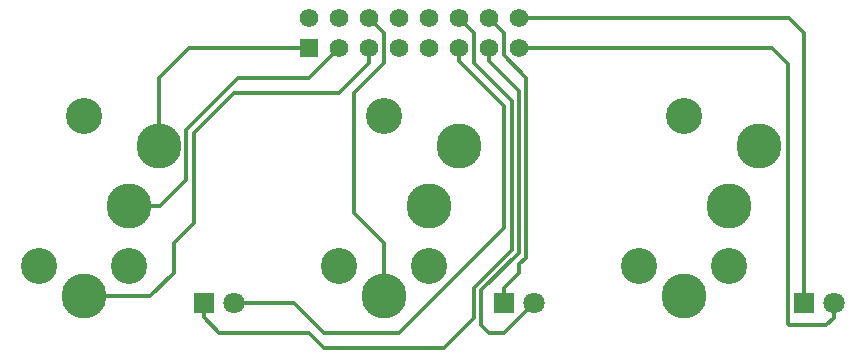
<source format=gbr>
G04 #@! TF.GenerationSoftware,KiCad,Pcbnew,(5.0.1)-3*
G04 #@! TF.CreationDate,2018-12-06T21:09:28-08:00*
G04 #@! TF.ProjectId,500-1033,3530302D313033332E6B696361645F70,A*
G04 #@! TF.SameCoordinates,Original*
G04 #@! TF.FileFunction,Copper,L2,Bot,Signal*
G04 #@! TF.FilePolarity,Positive*
%FSLAX46Y46*%
G04 Gerber Fmt 4.6, Leading zero omitted, Abs format (unit mm)*
G04 Created by KiCad (PCBNEW (5.0.1)-3) date 12/6/2018 9:09:28 PM*
%MOMM*%
%LPD*%
G01*
G04 APERTURE LIST*
G04 #@! TA.AperFunction,ComponentPad*
%ADD10R,1.800000X1.800000*%
G04 #@! TD*
G04 #@! TA.AperFunction,ComponentPad*
%ADD11C,1.800000*%
G04 #@! TD*
G04 #@! TA.AperFunction,ComponentPad*
%ADD12C,3.810000*%
G04 #@! TD*
G04 #@! TA.AperFunction,ComponentPad*
%ADD13C,3.048000*%
G04 #@! TD*
G04 #@! TA.AperFunction,ComponentPad*
%ADD14R,1.574800X1.574800*%
G04 #@! TD*
G04 #@! TA.AperFunction,ComponentPad*
%ADD15C,1.574800*%
G04 #@! TD*
G04 #@! TA.AperFunction,Conductor*
%ADD16C,0.304800*%
G04 #@! TD*
G04 APERTURE END LIST*
D10*
G04 #@! TO.P,D1,1*
G04 #@! TO.N,Net-(D1-Pad1)*
X116840000Y-132080000D03*
D11*
G04 #@! TO.P,D1,2*
G04 #@! TO.N,Net-(D1-Pad2)*
X119380000Y-132080000D03*
G04 #@! TD*
D10*
G04 #@! TO.P,D2,1*
G04 #@! TO.N,Net-(D2-Pad1)*
X142240000Y-132080000D03*
D11*
G04 #@! TO.P,D2,2*
G04 #@! TO.N,Net-(D2-Pad2)*
X144780000Y-132080000D03*
G04 #@! TD*
D10*
G04 #@! TO.P,D3,1*
G04 #@! TO.N,Net-(D3-Pad1)*
X167640000Y-132080000D03*
D11*
G04 #@! TO.P,D3,2*
G04 #@! TO.N,Net-(D3-Pad2)*
X170180000Y-132080000D03*
G04 #@! TD*
D12*
G04 #@! TO.P,J1,1*
G04 #@! TO.N,Net-(J1-Pad1)*
X106680000Y-131521200D03*
D13*
G04 #@! TO.P,J1,*
G04 #@! TO.N,*
X110490000Y-128981200D03*
D12*
G04 #@! TO.P,J1,2*
G04 #@! TO.N,Net-(J1-Pad2)*
X110490000Y-123901200D03*
G04 #@! TO.P,J1,3*
G04 #@! TO.N,Net-(J1-Pad3)*
X113030000Y-118821200D03*
D13*
G04 #@! TO.P,J1,*
G04 #@! TO.N,*
X106680000Y-116281200D03*
X102870000Y-128981200D03*
G04 #@! TD*
D12*
G04 #@! TO.P,J2,1*
G04 #@! TO.N,Net-(J2-Pad1)*
X132080000Y-131521200D03*
D13*
G04 #@! TO.P,J2,*
G04 #@! TO.N,*
X135890000Y-128981200D03*
D12*
G04 #@! TO.P,J2,2*
G04 #@! TO.N,Net-(J2-Pad2)*
X135890000Y-123901200D03*
G04 #@! TO.P,J2,3*
G04 #@! TO.N,Net-(J2-Pad3)*
X138430000Y-118821200D03*
D13*
G04 #@! TO.P,J2,*
G04 #@! TO.N,*
X132080000Y-116281200D03*
X128270000Y-128981200D03*
G04 #@! TD*
D12*
G04 #@! TO.P,J3,1*
G04 #@! TO.N,Net-(J3-Pad1)*
X157480000Y-131521200D03*
D13*
G04 #@! TO.P,J3,*
G04 #@! TO.N,*
X161290000Y-128981200D03*
D12*
G04 #@! TO.P,J3,2*
G04 #@! TO.N,Net-(J3-Pad2)*
X161290000Y-123901200D03*
G04 #@! TO.P,J3,3*
G04 #@! TO.N,Net-(J3-Pad3)*
X163830000Y-118821200D03*
D13*
G04 #@! TO.P,J3,*
G04 #@! TO.N,*
X157480000Y-116281200D03*
X153670000Y-128981200D03*
G04 #@! TD*
D14*
G04 #@! TO.P,P1,1*
G04 #@! TO.N,Net-(J1-Pad3)*
X125730000Y-110490000D03*
D15*
G04 #@! TO.P,P1,2*
G04 #@! TO.N,Net-(J2-Pad3)*
X125730000Y-107950000D03*
G04 #@! TO.P,P1,3*
G04 #@! TO.N,Net-(J1-Pad2)*
X128270000Y-110490000D03*
G04 #@! TO.P,P1,4*
G04 #@! TO.N,Net-(J2-Pad2)*
X128270000Y-107950000D03*
G04 #@! TO.P,P1,5*
G04 #@! TO.N,Net-(J1-Pad1)*
X130810000Y-110490000D03*
G04 #@! TO.P,P1,6*
G04 #@! TO.N,Net-(J2-Pad1)*
X130810000Y-107950000D03*
G04 #@! TO.P,P1,7*
G04 #@! TO.N,Net-(J3-Pad3)*
X133350000Y-110490000D03*
G04 #@! TO.P,P1,8*
G04 #@! TO.N,Net-(J3-Pad1)*
X133350000Y-107950000D03*
G04 #@! TO.P,P1,9*
G04 #@! TO.N,Net-(J3-Pad2)*
X135890000Y-110490000D03*
G04 #@! TO.P,P1,10*
G04 #@! TO.N,Net-(P1-Pad10)*
X135890000Y-107950000D03*
G04 #@! TO.P,P1,11*
G04 #@! TO.N,Net-(D1-Pad2)*
X138430000Y-110490000D03*
G04 #@! TO.P,P1,12*
G04 #@! TO.N,Net-(D1-Pad1)*
X138430000Y-107950000D03*
G04 #@! TO.P,P1,13*
G04 #@! TO.N,Net-(D2-Pad2)*
X140970000Y-110490000D03*
G04 #@! TO.P,P1,14*
G04 #@! TO.N,Net-(D2-Pad1)*
X140970000Y-107950000D03*
G04 #@! TO.P,P1,15*
G04 #@! TO.N,Net-(D3-Pad2)*
X143510000Y-110490000D03*
G04 #@! TO.P,P1,16*
G04 #@! TO.N,Net-(D3-Pad1)*
X143510000Y-107950000D03*
G04 #@! TD*
D16*
G04 #@! TO.N,Net-(D1-Pad1)*
X139217399Y-108737399D02*
X138430000Y-107950000D01*
X142925778Y-114985778D02*
X139700000Y-111760000D01*
X116840000Y-132080000D02*
X116840000Y-133284800D01*
X139700000Y-109220000D02*
X139217399Y-108737399D01*
X139700000Y-130810000D02*
X142925778Y-127584222D01*
X139700000Y-111760000D02*
X139700000Y-109220000D01*
X127000000Y-135890000D02*
X137160000Y-135890000D01*
X125730000Y-134620000D02*
X127000000Y-135890000D01*
X118175200Y-134620000D02*
X125730000Y-134620000D01*
X137160000Y-135890000D02*
X139700000Y-133350000D01*
X142925778Y-127584222D02*
X142925778Y-114985778D01*
X139700000Y-133350000D02*
X139700000Y-130810000D01*
X116840000Y-133284800D02*
X118175200Y-134620000D01*
G04 #@! TO.N,Net-(D1-Pad2)*
X138430000Y-111603551D02*
X138430000Y-110490000D01*
X127000000Y-134620000D02*
X133350000Y-134620000D01*
X124460000Y-132080000D02*
X127000000Y-134620000D01*
X119380000Y-132080000D02*
X124460000Y-132080000D01*
X142240000Y-115413551D02*
X138430000Y-111603551D01*
X142240000Y-125730000D02*
X142240000Y-115413551D01*
X133350000Y-134620000D02*
X142240000Y-125730000D01*
G04 #@! TO.N,Net-(D2-Pad1)*
X142240000Y-111125000D02*
X142240000Y-109220000D01*
X142240000Y-109220000D02*
X140970000Y-107950000D01*
X144145000Y-113030000D02*
X142240000Y-111125000D01*
X144145000Y-128270000D02*
X144145000Y-113030000D01*
X143575200Y-128839800D02*
X144145000Y-128270000D01*
X143575200Y-129540000D02*
X143575200Y-128839800D01*
X142240000Y-132080000D02*
X142240000Y-130875200D01*
X142240000Y-130875200D02*
X143575200Y-129540000D01*
G04 #@! TO.N,Net-(D2-Pad2)*
X140970000Y-111603551D02*
X140970000Y-110490000D01*
X143535389Y-114168940D02*
X140970000Y-111603551D01*
X140335000Y-131037118D02*
X143535389Y-127836729D01*
X140335000Y-133985000D02*
X140335000Y-131037118D01*
X140970000Y-134620000D02*
X140335000Y-133985000D01*
X142240000Y-134620000D02*
X140970000Y-134620000D01*
X143535389Y-127836729D02*
X143535389Y-114168940D01*
X144780000Y-132080000D02*
X142240000Y-134620000D01*
G04 #@! TO.N,Net-(D3-Pad1)*
X166370000Y-107950000D02*
X143510000Y-107950000D01*
X167640000Y-109220000D02*
X166370000Y-107950000D01*
X167640000Y-132080000D02*
X167640000Y-109220000D01*
G04 #@! TO.N,Net-(D3-Pad2)*
X170180000Y-132080000D02*
X170180000Y-133350000D01*
X166282799Y-111847201D02*
X164925598Y-110490000D01*
X170180000Y-133350000D02*
X169545000Y-133985000D01*
X169545000Y-133985000D02*
X166370000Y-133985000D01*
X166370000Y-133985000D02*
X166282799Y-133897799D01*
X164925598Y-110490000D02*
X143510000Y-110490000D01*
X166282799Y-133897799D02*
X166282799Y-111847201D01*
G04 #@! TO.N,Net-(J1-Pad1)*
X130810000Y-110490000D02*
X130810000Y-111760000D01*
X130810000Y-111760000D02*
X128270000Y-114300000D01*
X114300000Y-127000000D02*
X114300000Y-129540000D01*
X128270000Y-114300000D02*
X119380000Y-114300000D01*
X119380000Y-114300000D02*
X116001812Y-117678188D01*
X116001812Y-117678188D02*
X116001812Y-125298188D01*
X116001812Y-125298188D02*
X114300000Y-127000000D01*
X114300000Y-129540000D02*
X112318800Y-131521200D01*
X112318800Y-131521200D02*
X106680000Y-131521200D01*
G04 #@! TO.N,Net-(J1-Pad2)*
X113184076Y-123901200D02*
X110490000Y-123901200D01*
X115392201Y-121693075D02*
X113184076Y-123901200D01*
X115392201Y-117425679D02*
X115392201Y-121693075D01*
X119787880Y-113030000D02*
X115392201Y-117425679D01*
X125730000Y-113030000D02*
X119787880Y-113030000D01*
X128270000Y-110490000D02*
X125730000Y-113030000D01*
G04 #@! TO.N,Net-(J1-Pad3)*
X115570000Y-110490000D02*
X113030000Y-113030000D01*
X113030000Y-113030000D02*
X113030000Y-118821200D01*
X125730000Y-110490000D02*
X115570000Y-110490000D01*
G04 #@! TO.N,Net-(J2-Pad1)*
X130810000Y-107950000D02*
X132080000Y-109220000D01*
X129540000Y-124460000D02*
X132080000Y-127000000D01*
X132080000Y-109220000D02*
X132080000Y-111760000D01*
X132080000Y-111760000D02*
X129540000Y-114300000D01*
X129540000Y-114300000D02*
X129540000Y-124460000D01*
X132080000Y-127000000D02*
X132080000Y-131521200D01*
G04 #@! TD*
M02*

</source>
